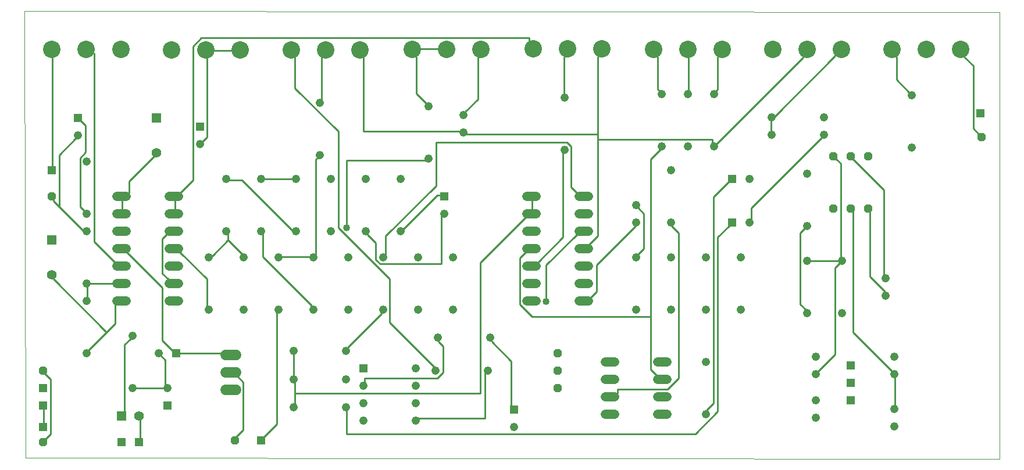
<source format=gtl>
G75*
G70*
%OFA0B0*%
%FSLAX24Y24*%
%IPPOS*%
%LPD*%
%AMOC8*
5,1,8,0,0,1.08239X$1,22.5*
%
%ADD10C,0.0000*%
%ADD11C,0.0520*%
%ADD12C,0.0600*%
%ADD13R,0.0476X0.0476*%
%ADD14OC8,0.0476*%
%ADD15C,0.0476*%
%ADD16R,0.0554X0.0554*%
%ADD17C,0.0554*%
%ADD18C,0.1000*%
%ADD19C,0.0100*%
%ADD20C,0.0400*%
D10*
X000181Y000181D02*
X000110Y025808D01*
X056018Y025736D01*
X056016Y000109D01*
X000181Y000181D01*
D11*
X005421Y009181D02*
X005941Y009181D01*
X005941Y010181D02*
X005421Y010181D01*
X005421Y011181D02*
X005941Y011181D01*
X005941Y012181D02*
X005421Y012181D01*
X005421Y013181D02*
X005941Y013181D01*
X005941Y014181D02*
X005421Y014181D01*
X005421Y015181D02*
X005941Y015181D01*
X008421Y015181D02*
X008941Y015181D01*
X008941Y014181D02*
X008421Y014181D01*
X008421Y013181D02*
X008941Y013181D01*
X008941Y012181D02*
X008421Y012181D01*
X008421Y011181D02*
X008941Y011181D01*
X008941Y010181D02*
X008421Y010181D01*
X008421Y009181D02*
X008941Y009181D01*
X028921Y009181D02*
X029441Y009181D01*
X029441Y010181D02*
X028921Y010181D01*
X028921Y011181D02*
X029441Y011181D01*
X029441Y012181D02*
X028921Y012181D01*
X028921Y013181D02*
X029441Y013181D01*
X029441Y014181D02*
X028921Y014181D01*
X028921Y015181D02*
X029441Y015181D01*
X031921Y015181D02*
X032441Y015181D01*
X032441Y014181D02*
X031921Y014181D01*
X031921Y013181D02*
X032441Y013181D01*
X032441Y012181D02*
X031921Y012181D01*
X031921Y011181D02*
X032441Y011181D01*
X032441Y010181D02*
X031921Y010181D01*
X031921Y009181D02*
X032441Y009181D01*
X033421Y005681D02*
X033941Y005681D01*
X033941Y004681D02*
X033421Y004681D01*
X033421Y003681D02*
X033941Y003681D01*
X033941Y002681D02*
X033421Y002681D01*
X036421Y002681D02*
X036941Y002681D01*
X036941Y003681D02*
X036421Y003681D01*
X036421Y004681D02*
X036941Y004681D01*
X036941Y005681D02*
X036421Y005681D01*
D12*
X012231Y006056D02*
X011631Y006056D01*
X011631Y005056D02*
X012231Y005056D01*
X012231Y004056D02*
X011631Y004056D01*
D13*
X008306Y003181D03*
X006681Y001056D03*
X005681Y001056D03*
X001181Y001931D03*
X001181Y003181D03*
X001181Y004181D03*
X008806Y006181D03*
X013681Y001181D03*
X019556Y005306D03*
X028181Y002931D03*
X047493Y003465D03*
X047493Y004465D03*
X047493Y005465D03*
X040681Y013681D03*
X040681Y016181D03*
X054897Y019939D03*
X024181Y015181D03*
X010181Y019181D03*
X003181Y019681D03*
X001681Y016681D03*
D14*
X001681Y015181D03*
X001181Y005181D03*
X001181Y001056D03*
X012181Y001181D03*
X030681Y004181D03*
X030681Y005181D03*
X030681Y006181D03*
X046493Y014465D03*
X047493Y014465D03*
X048493Y014465D03*
X048493Y017465D03*
X047493Y017465D03*
X046493Y017465D03*
X054976Y018561D03*
D15*
X050974Y017970D03*
X050974Y020970D03*
X045932Y019686D03*
X045932Y018686D03*
X042932Y018686D03*
X042932Y019686D03*
X039660Y021046D03*
X038160Y021046D03*
X036660Y021046D03*
X036660Y018046D03*
X038160Y018046D03*
X039660Y018046D03*
X037181Y016681D03*
X035181Y014681D03*
X035181Y013681D03*
X037181Y013681D03*
X037181Y011681D03*
X035181Y011681D03*
X039181Y011681D03*
X041181Y011681D03*
X041681Y013681D03*
X044993Y013465D03*
X044993Y011465D03*
X046993Y011465D03*
X049493Y010465D03*
X049493Y009465D03*
X046993Y008465D03*
X044993Y008465D03*
X041181Y008681D03*
X039181Y008681D03*
X037181Y008681D03*
X035181Y008681D03*
X039181Y005681D03*
X039181Y002681D03*
X045493Y002465D03*
X045493Y003465D03*
X045493Y004965D03*
X045493Y005965D03*
X049993Y005965D03*
X049993Y004965D03*
X049993Y002965D03*
X049993Y001965D03*
X028181Y001931D03*
X022556Y002306D03*
X022556Y003306D03*
X022556Y004306D03*
X022556Y005306D03*
X023681Y005181D03*
X026681Y005181D03*
X026806Y007056D03*
X024681Y008681D03*
X022681Y008681D03*
X020681Y008681D03*
X018681Y008681D03*
X016681Y008681D03*
X014681Y008681D03*
X012681Y008681D03*
X010681Y008681D03*
X007806Y006181D03*
X006306Y007181D03*
X003681Y006181D03*
X006306Y004181D03*
X008306Y004181D03*
X015556Y004681D03*
X015556Y003056D03*
X018556Y003056D03*
X019556Y003306D03*
X019556Y002306D03*
X019556Y004306D03*
X018556Y004681D03*
X018556Y006306D03*
X015556Y006306D03*
X023806Y007056D03*
X024681Y011681D03*
X022681Y011681D03*
X020681Y011681D03*
X018681Y011681D03*
X016681Y011681D03*
X014681Y011681D03*
X012681Y011681D03*
X010681Y011681D03*
X011681Y013181D03*
X013681Y013181D03*
X015681Y013181D03*
X017681Y013181D03*
X019681Y013181D03*
X021681Y013181D03*
X024181Y014181D03*
X021681Y016181D03*
X023284Y017321D03*
X025284Y018821D03*
X025284Y019821D03*
X023284Y020321D03*
X017058Y020542D03*
X017058Y017542D03*
X017681Y016181D03*
X015681Y016181D03*
X013681Y016181D03*
X011681Y016181D03*
X010181Y018181D03*
X003681Y017181D03*
X003181Y018681D03*
X003681Y014181D03*
X003681Y013181D03*
X003681Y010181D03*
X003681Y009181D03*
X019681Y016181D03*
X031078Y017830D03*
X031078Y020830D03*
X041681Y016181D03*
X044993Y016465D03*
D16*
X007681Y019681D03*
X001681Y012681D03*
X005681Y002556D03*
D17*
X006681Y002556D03*
X001681Y010681D03*
X007681Y017681D03*
D18*
X008543Y023557D03*
X010512Y023557D03*
X012480Y023557D03*
X015412Y023579D03*
X017380Y023579D03*
X019349Y023579D03*
X022347Y023600D03*
X024316Y023600D03*
X026284Y023600D03*
X029266Y023623D03*
X031235Y023623D03*
X033203Y023623D03*
X036168Y023586D03*
X038137Y023586D03*
X040105Y023586D03*
X042997Y023587D03*
X044965Y023587D03*
X046934Y023587D03*
X049846Y023591D03*
X051815Y023591D03*
X053783Y023591D03*
X005630Y023586D03*
X003662Y023586D03*
X001693Y023586D03*
D19*
X001701Y023141D01*
X001701Y016901D01*
X001681Y016681D01*
X002101Y017541D02*
X002101Y014581D01*
X003461Y013221D01*
X003681Y013181D01*
X004101Y012581D02*
X004101Y023381D01*
X003662Y023586D01*
X009781Y023781D02*
X010261Y024261D01*
X029061Y024261D01*
X029061Y024101D01*
X029266Y023623D01*
X031061Y023141D02*
X031235Y023623D01*
X031061Y023141D02*
X031061Y021061D01*
X031078Y020830D01*
X032981Y018741D02*
X025461Y018741D01*
X025284Y018821D01*
X025061Y018901D01*
X019541Y018901D01*
X019541Y023141D01*
X019349Y023579D01*
X017380Y023579D02*
X017141Y023141D01*
X017141Y020741D01*
X017058Y020542D01*
X015621Y021381D02*
X015621Y023141D01*
X015412Y023579D01*
X012480Y023557D02*
X012021Y023541D01*
X010981Y023541D01*
X010512Y023557D01*
X010581Y023061D01*
X010581Y018581D01*
X010181Y018181D01*
X007681Y017681D02*
X007541Y017461D01*
X006101Y016021D01*
X006101Y015381D01*
X005681Y015181D01*
X005701Y014981D01*
X005701Y014421D01*
X005681Y014181D01*
X003681Y014181D02*
X003541Y014341D01*
X003301Y014581D01*
X003301Y017381D01*
X003621Y017701D01*
X003621Y019221D01*
X003381Y019461D01*
X003181Y019681D01*
X003181Y018681D02*
X003061Y018501D01*
X002101Y017541D01*
X001681Y015181D02*
X001781Y014981D01*
X001781Y014901D01*
X002101Y014581D01*
X004101Y012581D02*
X005301Y011381D01*
X005681Y011181D01*
X006021Y011941D02*
X005681Y012181D01*
X006021Y011941D02*
X008021Y009941D01*
X008021Y006901D01*
X008581Y006341D01*
X008806Y006181D01*
X011381Y006181D01*
X011931Y006056D01*
X011931Y005056D02*
X012341Y004821D01*
X012661Y004501D01*
X012661Y001781D01*
X012261Y001381D01*
X012181Y001181D01*
X013681Y001181D02*
X013861Y001381D01*
X014581Y002101D01*
X014581Y008501D01*
X014681Y008681D01*
X016581Y008901D02*
X016681Y008681D01*
X016581Y008901D02*
X013781Y011701D01*
X013781Y012981D01*
X013681Y013181D01*
X012581Y011861D02*
X011781Y012661D01*
X010901Y011781D01*
X010681Y011681D01*
X010581Y010421D02*
X009061Y011941D01*
X008681Y012181D01*
X008021Y012741D02*
X008261Y012981D01*
X008681Y013181D01*
X008021Y012741D02*
X008021Y010741D01*
X008341Y010421D01*
X008681Y010181D01*
X010581Y010421D02*
X010581Y008901D01*
X010681Y008681D01*
X007806Y006181D02*
X007941Y006021D01*
X008181Y005781D01*
X008181Y004341D01*
X008306Y004181D01*
X006306Y004181D01*
X005861Y002821D02*
X005681Y002556D01*
X005861Y002821D02*
X005861Y006661D01*
X006181Y006981D01*
X006306Y007181D01*
X005301Y007861D02*
X005301Y008981D01*
X005681Y009181D01*
X005681Y010181D02*
X003681Y010181D01*
X003701Y010021D01*
X003701Y009381D01*
X003681Y009181D01*
X004821Y007381D02*
X001781Y010421D01*
X001681Y010681D01*
X004821Y007381D02*
X005301Y007861D01*
X004821Y007381D02*
X003781Y006341D01*
X003681Y006181D01*
X001621Y004661D02*
X001301Y004981D01*
X001181Y005181D01*
X001621Y004661D02*
X001621Y001541D01*
X001301Y001221D01*
X001181Y001056D01*
X001181Y001931D02*
X001221Y002101D01*
X001221Y002981D01*
X001181Y003181D01*
X006681Y002556D02*
X006741Y002341D01*
X006741Y001221D01*
X006681Y001056D01*
X015556Y004681D02*
X015541Y004901D01*
X015541Y006101D01*
X015556Y006306D01*
X015556Y004681D02*
X015621Y004501D01*
X015621Y003861D01*
X026261Y003861D01*
X026261Y011381D01*
X028821Y013941D01*
X029181Y014181D01*
X029221Y014421D01*
X029221Y014981D01*
X029181Y015181D01*
X031461Y015701D02*
X031461Y018021D01*
X031221Y018261D01*
X023701Y018261D01*
X023701Y015781D01*
X020821Y012901D01*
X020821Y011861D01*
X020681Y011681D01*
X020501Y011301D02*
X024021Y011301D01*
X024021Y014021D01*
X024181Y014181D01*
X024181Y015181D02*
X024021Y015221D01*
X023781Y015221D01*
X021861Y013301D01*
X021681Y013181D01*
X020261Y012501D02*
X020261Y011541D01*
X020501Y011301D01*
X021061Y010421D02*
X018101Y013381D01*
X018101Y018901D01*
X015621Y021381D01*
X009781Y023781D02*
X009781Y016101D01*
X009061Y015381D01*
X008681Y015181D01*
X008741Y014981D01*
X008741Y014421D01*
X008681Y014181D01*
X011681Y013181D02*
X011781Y012981D01*
X011781Y012661D01*
X012581Y011861D02*
X012681Y011681D01*
X014681Y011681D02*
X014901Y011701D01*
X016501Y011701D01*
X016681Y011681D01*
X016821Y011861D01*
X016821Y017301D01*
X016901Y017381D01*
X017058Y017542D01*
X018581Y017221D02*
X018581Y013381D01*
X019681Y013181D02*
X019781Y012981D01*
X020261Y012501D01*
X021061Y010421D02*
X021061Y007941D01*
X023621Y005381D01*
X023681Y005181D01*
X024101Y005061D02*
X023781Y004741D01*
X019621Y004741D01*
X019621Y004501D01*
X019556Y004306D01*
X018556Y003056D02*
X018581Y002821D01*
X018581Y001541D01*
X038581Y001541D01*
X039861Y002821D01*
X039861Y012821D01*
X040501Y013461D01*
X040681Y013681D01*
X041681Y013681D02*
X041781Y013861D01*
X041781Y014501D01*
X045781Y018501D01*
X045932Y018686D01*
X046493Y017465D02*
X046661Y017301D01*
X046901Y017061D01*
X046901Y011701D01*
X046993Y011465D01*
X046821Y011461D01*
X045221Y011461D01*
X044993Y011465D01*
X046581Y011061D02*
X046821Y011301D01*
X046993Y011465D01*
X046581Y011061D02*
X046581Y006101D01*
X045621Y005141D01*
X045493Y004965D01*
X047621Y007381D02*
X047621Y014261D01*
X047493Y014465D01*
X048493Y014465D02*
X048581Y014261D01*
X048581Y010581D01*
X049461Y009701D01*
X049493Y009465D01*
X049493Y010465D02*
X049381Y010661D01*
X049381Y015541D01*
X047621Y017301D01*
X047493Y017465D01*
X042932Y018686D02*
X042901Y018901D01*
X042901Y019461D01*
X042932Y019686D01*
X043141Y019781D01*
X046581Y023221D01*
X046581Y023301D01*
X046934Y023587D01*
X044965Y023587D02*
X044741Y023141D01*
X039781Y018181D01*
X039660Y018046D01*
X039541Y018261D01*
X039541Y018421D01*
X032981Y018421D01*
X032981Y012901D01*
X032501Y012421D01*
X032181Y012181D01*
X031781Y012981D02*
X032181Y013181D01*
X031781Y012981D02*
X030021Y011221D01*
X030021Y009141D01*
X029221Y008261D02*
X036021Y008261D01*
X036021Y017301D01*
X036581Y017861D01*
X036660Y018046D01*
X032981Y018421D02*
X032981Y018741D01*
X032981Y023141D01*
X033203Y023623D01*
X036168Y023586D02*
X036421Y023141D01*
X036421Y021301D01*
X036501Y021221D01*
X036660Y021046D01*
X038160Y021046D02*
X038181Y021221D01*
X038181Y023141D01*
X038137Y023586D01*
X039861Y023141D02*
X040105Y023586D01*
X039861Y023141D02*
X039861Y021301D01*
X039781Y021221D01*
X039660Y021046D01*
X031078Y017830D02*
X030981Y017621D01*
X030981Y012821D01*
X029541Y011381D01*
X029181Y011181D01*
X028501Y011621D02*
X028501Y008981D01*
X029221Y008261D01*
X026806Y007056D02*
X026901Y006821D01*
X028021Y005701D01*
X028021Y003141D01*
X028181Y002931D01*
X026501Y002421D02*
X026501Y005061D01*
X026681Y005181D01*
X024101Y005061D02*
X024101Y006581D01*
X023861Y006821D01*
X023806Y007056D01*
X020581Y008421D02*
X020581Y008501D01*
X020681Y008681D01*
X020581Y008421D02*
X018661Y006501D01*
X018556Y006306D01*
X015621Y003861D02*
X015621Y003221D01*
X015556Y003056D01*
X022556Y002306D02*
X022741Y002421D01*
X026501Y002421D01*
X033681Y003681D02*
X034101Y003861D01*
X034101Y004101D01*
X036981Y004101D01*
X037621Y004741D01*
X037621Y013061D01*
X037221Y013461D01*
X037181Y013681D01*
X035621Y014181D02*
X035301Y014501D01*
X035181Y014681D01*
X035621Y014181D02*
X035621Y012181D01*
X035301Y011861D01*
X035181Y011681D01*
X035141Y013461D02*
X032901Y011221D01*
X032901Y009701D01*
X032581Y009381D01*
X032181Y009181D01*
X036021Y008261D02*
X036021Y005221D01*
X036341Y004901D01*
X036681Y004681D01*
X039221Y002901D02*
X039621Y003301D01*
X039621Y015141D01*
X040501Y016021D01*
X040681Y016181D01*
X044821Y013301D02*
X044993Y013465D01*
X044821Y013301D02*
X044581Y013061D01*
X044581Y008981D01*
X044901Y008661D01*
X044993Y008465D01*
X047621Y007381D02*
X049861Y005141D01*
X049993Y004965D01*
X050021Y004741D01*
X050021Y003141D01*
X049993Y002965D01*
X039221Y002901D02*
X039181Y002681D01*
X028821Y011941D02*
X028501Y011621D01*
X028821Y011941D02*
X029181Y012181D01*
X031781Y015381D02*
X032181Y015181D01*
X031781Y015381D02*
X031461Y015701D01*
X035181Y013681D02*
X035141Y013461D01*
X026101Y020741D02*
X025381Y020021D01*
X025284Y019821D01*
X026101Y020741D02*
X026101Y023141D01*
X026284Y023600D01*
X024316Y023600D02*
X023861Y023621D01*
X022821Y023621D01*
X022347Y023600D01*
X022581Y023141D01*
X022581Y021061D01*
X023141Y020501D01*
X023284Y020321D01*
X023284Y017321D02*
X023061Y017221D01*
X018581Y017221D01*
X015681Y016181D02*
X013681Y016181D01*
X012581Y016101D02*
X011861Y016101D01*
X011681Y016181D01*
X012581Y016101D02*
X015461Y013221D01*
X015681Y013181D01*
X049846Y023591D02*
X050101Y023141D01*
X050101Y021861D01*
X050821Y021141D01*
X050974Y020970D01*
X054021Y023141D02*
X054501Y022661D01*
X054501Y019061D01*
X054821Y018741D01*
X054976Y018561D01*
X054021Y023141D02*
X053783Y023591D01*
D20*
X030021Y009141D03*
X018581Y013381D03*
M02*

</source>
